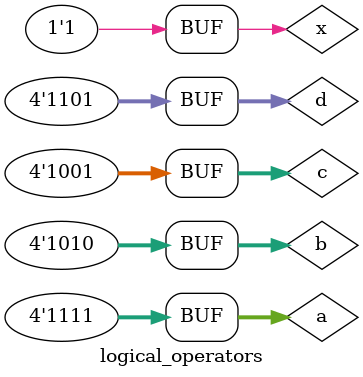
<source format=v>
module logical_operators;
reg[4:1]a,b,c,d;
reg x;
initial 
begin
a=4'b1111;          // binary input
b=4'b1010;          // binary input
c=4'b1001;          // binary input
d=4'b1101;          // binary input
$display("&& - logical AND");
$display("|| - logical OR");
if ((a==b)&&(c==b)) //conditional statement for logical AND operation
x=1;                // If both condition true output is 1
else
x=!a;                // If any condition false output is 0

$display("(a==b)&&(c==b) result is : ",x);
if((a!=d)||(b==c))
x=1;                // If any condition true output is 1
else
x=0;                // If both conditon false output is 0
$display("(a==d)||(b==c) result is : ",x);
end
endmodule

</source>
